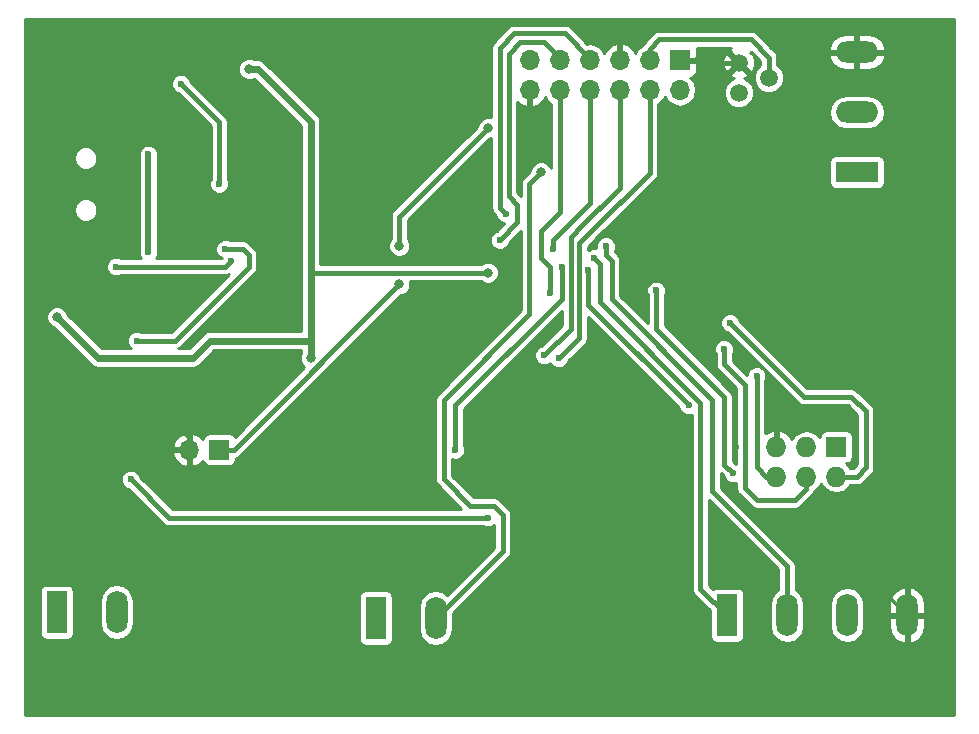
<source format=gbr>
G04 #@! TF.FileFunction,Copper,L2,Bot,Signal*
%FSLAX46Y46*%
G04 Gerber Fmt 4.6, Leading zero omitted, Abs format (unit mm)*
G04 Created by KiCad (PCBNEW 4.0.5) date 02/17/17 11:47:38*
%MOMM*%
%LPD*%
G01*
G04 APERTURE LIST*
%ADD10C,0.100000*%
%ADD11C,1.500000*%
%ADD12R,3.600000X1.800000*%
%ADD13O,3.600000X1.800000*%
%ADD14R,1.800000X3.600000*%
%ADD15O,1.800000X3.600000*%
%ADD16R,1.727200X1.727200*%
%ADD17O,1.727200X1.727200*%
%ADD18R,1.700000X1.700000*%
%ADD19O,1.700000X1.700000*%
%ADD20C,0.600000*%
%ADD21C,0.800000*%
%ADD22C,0.500000*%
%ADD23C,0.300000*%
%ADD24C,0.400000*%
%ADD25C,0.600000*%
%ADD26C,0.254000*%
G04 APERTURE END LIST*
D10*
D11*
X155540000Y-67000000D03*
X153000000Y-68270000D03*
X153000000Y-65730000D03*
D12*
X163000000Y-75000000D03*
D13*
X163000000Y-69920000D03*
X163000000Y-64840000D03*
D14*
X152000000Y-112500000D03*
D15*
X157080000Y-112500000D03*
X162160000Y-112500000D03*
X167240000Y-112500000D03*
D14*
X95250000Y-112250000D03*
D15*
X100330000Y-112250000D03*
D14*
X122250000Y-112750000D03*
D15*
X127330000Y-112750000D03*
D16*
X161250000Y-98250000D03*
D17*
X161250000Y-100790000D03*
X158710000Y-98250000D03*
X158710000Y-100790000D03*
X156170000Y-98250000D03*
X156170000Y-100790000D03*
D18*
X109000000Y-98500000D03*
D19*
X106460000Y-98500000D03*
D18*
X148000000Y-65500000D03*
D19*
X148000000Y-68040000D03*
X145460000Y-65500000D03*
X145460000Y-68040000D03*
X142920000Y-65500000D03*
X142920000Y-68040000D03*
X140380000Y-65500000D03*
X140380000Y-68040000D03*
X137840000Y-65500000D03*
X137840000Y-68040000D03*
X135300000Y-65500000D03*
X135300000Y-68040000D03*
D20*
X103000000Y-73500000D03*
X103000000Y-81750000D03*
X149750000Y-88000000D03*
X157500000Y-104000000D03*
X147250000Y-100250000D03*
X152750000Y-98250000D03*
X157000000Y-81250000D03*
X166250000Y-91000000D03*
X151000000Y-83500000D03*
X128500000Y-106500000D03*
X131500000Y-118000000D03*
X117500000Y-101000000D03*
X111250000Y-99250000D03*
X111750000Y-76250000D03*
X114000000Y-84750000D03*
X100250000Y-117750000D03*
X96750000Y-103750000D03*
X102750000Y-93750000D03*
X122250000Y-79500000D03*
X123250000Y-71250000D03*
X133000000Y-84250000D03*
X149750000Y-72750000D03*
D21*
X124250000Y-84500000D03*
X124250000Y-81250000D03*
X131750000Y-71250000D03*
D20*
X148750000Y-94750000D03*
X140250000Y-83250000D03*
D21*
X131750000Y-83500000D03*
X95250000Y-87250000D03*
X111500000Y-66250000D03*
X116750000Y-90750000D03*
D20*
X102000000Y-89250000D03*
X109500000Y-81500000D03*
X100250000Y-83000000D03*
X110000000Y-82500000D03*
X131750000Y-104250000D03*
X101500000Y-101000000D03*
X137750000Y-90750000D03*
X136500000Y-90500000D03*
X133250000Y-78500000D03*
X137250000Y-81500000D03*
X132750000Y-80750000D03*
X137000000Y-85250000D03*
X109000000Y-76000000D03*
X105750000Y-67500000D03*
X151750000Y-89950000D03*
X152250000Y-87750000D03*
X154500000Y-92250000D03*
D21*
X136250000Y-75000000D03*
D20*
X138000000Y-83000000D03*
X129000000Y-98500000D03*
X140750000Y-82250000D03*
X141750000Y-81250000D03*
X152500000Y-100500000D03*
X146000000Y-85000000D03*
D22*
X103000000Y-81750000D02*
X103000000Y-73500000D01*
D23*
X150500000Y-88000000D02*
X149750000Y-88000000D01*
X152750000Y-96250000D02*
X152750000Y-93750000D01*
X150500000Y-84000000D02*
X151000000Y-83500000D01*
X150500000Y-91500000D02*
X150500000Y-88000000D01*
X150500000Y-88000000D02*
X150500000Y-84000000D01*
X152750000Y-93750000D02*
X150500000Y-91500000D01*
X163240000Y-108500000D02*
X167240000Y-112500000D01*
X162000000Y-108500000D02*
X163240000Y-108500000D01*
X157500000Y-104000000D02*
X162000000Y-108500000D01*
X142000000Y-105500000D02*
X142000000Y-118750000D01*
X147250000Y-100250000D02*
X142000000Y-105500000D01*
X152750000Y-96250000D02*
X152750000Y-98250000D01*
X157000000Y-81250000D02*
X166250000Y-90500000D01*
X166250000Y-90500000D02*
X166250000Y-91000000D01*
D24*
X130750000Y-118750000D02*
X130000000Y-118750000D01*
X130750000Y-118750000D02*
X131500000Y-118000000D01*
X113000000Y-101000000D02*
X117500000Y-101000000D01*
X111250000Y-99250000D02*
X113000000Y-101000000D01*
X113500000Y-78000000D02*
X111750000Y-76250000D01*
X113500000Y-84250000D02*
X113500000Y-78000000D01*
X114000000Y-84750000D02*
X113500000Y-84250000D01*
X130000000Y-118750000D02*
X142000000Y-118750000D01*
X142000000Y-118750000D02*
X163500000Y-118750000D01*
X167240000Y-115010000D02*
X167240000Y-112500000D01*
X163500000Y-118750000D02*
X167240000Y-115010000D01*
X101250000Y-116750000D02*
X103250000Y-118750000D01*
X103250000Y-118750000D02*
X130000000Y-118750000D01*
X104000000Y-114000000D02*
X101250000Y-116750000D01*
X101250000Y-116750000D02*
X100250000Y-117750000D01*
X104000000Y-111000000D02*
X104000000Y-114000000D01*
X96750000Y-103750000D02*
X104000000Y-111000000D01*
X106460000Y-97460000D02*
X106460000Y-98500000D01*
X102750000Y-93750000D02*
X106460000Y-97460000D01*
X122250000Y-72250000D02*
X123250000Y-71250000D01*
X122250000Y-81000000D02*
X122250000Y-79500000D01*
X122250000Y-79500000D02*
X122250000Y-72250000D01*
X123750000Y-82500000D02*
X122250000Y-81000000D01*
X126000000Y-82500000D02*
X123750000Y-82500000D01*
X126500000Y-82000000D02*
X126000000Y-82500000D01*
X132500000Y-82000000D02*
X126500000Y-82000000D01*
X133000000Y-82500000D02*
X132500000Y-82000000D01*
X133000000Y-84250000D02*
X133000000Y-82500000D01*
X151770000Y-65730000D02*
X153000000Y-65730000D01*
X150750000Y-66750000D02*
X151770000Y-65730000D01*
X150750000Y-71750000D02*
X150750000Y-66750000D01*
X149750000Y-72750000D02*
X150750000Y-71750000D01*
X110250000Y-98500000D02*
X109000000Y-98500000D01*
X124250000Y-84500000D02*
X110250000Y-98500000D01*
X124250000Y-78750000D02*
X124250000Y-81250000D01*
X131750000Y-71250000D02*
X124250000Y-78750000D01*
X140250000Y-86250000D02*
X140250000Y-83250000D01*
X148750000Y-94750000D02*
X140250000Y-86250000D01*
X129500000Y-83500000D02*
X116750000Y-83500000D01*
X131750000Y-83500000D02*
X129500000Y-83500000D01*
D25*
X116750000Y-89250000D02*
X108250000Y-89250000D01*
X98750000Y-90750000D02*
X95250000Y-87250000D01*
X106750000Y-90750000D02*
X98750000Y-90750000D01*
X108250000Y-89250000D02*
X106750000Y-90750000D01*
X112250000Y-66250000D02*
X111500000Y-66250000D01*
X116750000Y-70750000D02*
X112250000Y-66250000D01*
X116750000Y-75750000D02*
X116750000Y-70750000D01*
X116750000Y-83500000D02*
X116750000Y-75750000D01*
X116750000Y-90750000D02*
X116750000Y-89250000D01*
X116750000Y-89250000D02*
X116750000Y-83500000D01*
D24*
X105250000Y-89250000D02*
X102000000Y-89250000D01*
X111500000Y-83000000D02*
X105250000Y-89250000D01*
X111500000Y-82000000D02*
X111500000Y-83000000D01*
X111000000Y-81500000D02*
X111500000Y-82000000D01*
X109500000Y-81500000D02*
X111000000Y-81500000D01*
X109500000Y-83000000D02*
X100250000Y-83000000D01*
X110000000Y-82500000D02*
X109500000Y-83000000D01*
X127750000Y-104250000D02*
X131750000Y-104250000D01*
X104750000Y-104250000D02*
X127750000Y-104250000D01*
X101500000Y-101000000D02*
X104750000Y-104250000D01*
X155540000Y-67000000D02*
X155540000Y-65290000D01*
X145460000Y-64540000D02*
X145460000Y-65500000D01*
X146250000Y-63750000D02*
X145460000Y-64540000D01*
X154000000Y-63750000D02*
X146250000Y-63750000D01*
X155540000Y-65290000D02*
X154000000Y-63750000D01*
X137750000Y-90750000D02*
X139500000Y-89000000D01*
X139500000Y-81000000D02*
X140500000Y-80000000D01*
X139500000Y-89000000D02*
X139500000Y-81000000D01*
X145460000Y-68040000D02*
X145460000Y-75040000D01*
X145460000Y-75040000D02*
X140500000Y-80000000D01*
X139500000Y-79750000D02*
X139000000Y-80250000D01*
X138750000Y-88250000D02*
X136500000Y-90500000D01*
X138750000Y-80500000D02*
X138750000Y-88250000D01*
X139000000Y-80250000D02*
X138750000Y-80500000D01*
X142920000Y-68040000D02*
X142920000Y-76330000D01*
X142920000Y-76330000D02*
X139500000Y-79750000D01*
X132750000Y-66500000D02*
X132750000Y-64500000D01*
X138250000Y-63250000D02*
X140380000Y-65380000D01*
X134000000Y-63250000D02*
X138250000Y-63250000D01*
X132750000Y-64500000D02*
X134000000Y-63250000D01*
X140380000Y-65380000D02*
X140380000Y-65500000D01*
X133250000Y-78500000D02*
X132750000Y-78000000D01*
X132750000Y-78000000D02*
X132750000Y-66500000D01*
X132750000Y-66500000D02*
X132750000Y-65000000D01*
X140380000Y-68040000D02*
X140380000Y-77620000D01*
X137250000Y-80750000D02*
X137250000Y-81500000D01*
X140380000Y-77620000D02*
X137250000Y-80750000D01*
X137840000Y-65500000D02*
X137840000Y-65340000D01*
X137840000Y-65340000D02*
X136500000Y-64000000D01*
X136500000Y-64000000D02*
X134500000Y-64000000D01*
X134500000Y-64000000D02*
X133500000Y-65000000D01*
X133500000Y-65000000D02*
X133500000Y-77000000D01*
X133500000Y-77000000D02*
X134250000Y-77750000D01*
X134250000Y-77750000D02*
X134250000Y-79250000D01*
X134250000Y-79250000D02*
X132750000Y-80750000D01*
X137000000Y-85250000D02*
X137000000Y-83000000D01*
X137840000Y-78410000D02*
X137840000Y-72910000D01*
X136250000Y-80000000D02*
X137840000Y-78410000D01*
X136250000Y-82250000D02*
X136250000Y-80000000D01*
X137000000Y-83000000D02*
X136250000Y-82250000D01*
X137840000Y-72910000D02*
X137840000Y-68040000D01*
X109000000Y-70750000D02*
X109000000Y-76000000D01*
X105750000Y-67500000D02*
X109000000Y-70750000D01*
X158710000Y-100790000D02*
X158710000Y-101790000D01*
X157750000Y-102750000D02*
X158710000Y-101790000D01*
X154500000Y-102750000D02*
X157750000Y-102750000D01*
X153500000Y-101750000D02*
X154500000Y-102750000D01*
X153500000Y-93000000D02*
X153500000Y-101750000D01*
X151750000Y-91250000D02*
X153500000Y-93000000D01*
X151750000Y-91250000D02*
X151750000Y-89950000D01*
X161250000Y-100790000D02*
X162960000Y-100790000D01*
X163750000Y-100000000D02*
X162960000Y-100790000D01*
X163750000Y-95250000D02*
X163750000Y-100000000D01*
X162500000Y-94000000D02*
X163750000Y-95250000D01*
X158500000Y-94000000D02*
X162500000Y-94000000D01*
X158500000Y-94000000D02*
X152250000Y-87750000D01*
X156170000Y-100790000D02*
X155290000Y-100790000D01*
X154500000Y-100000000D02*
X155290000Y-100790000D01*
X154500000Y-100000000D02*
X154500000Y-92250000D01*
X156170000Y-100790000D02*
X155790000Y-100790000D01*
X128000000Y-100750000D02*
X128000000Y-101000000D01*
X128000000Y-94250000D02*
X128000000Y-100750000D01*
X135250000Y-87000000D02*
X128000000Y-94250000D01*
X135250000Y-76000000D02*
X135250000Y-87000000D01*
X136250000Y-75000000D02*
X135250000Y-76000000D01*
X133000000Y-107080000D02*
X127330000Y-112750000D01*
X133000000Y-104000000D02*
X133000000Y-107080000D01*
X132250000Y-103250000D02*
X133000000Y-104000000D01*
X130250000Y-103250000D02*
X132250000Y-103250000D01*
X128000000Y-101000000D02*
X130250000Y-103250000D01*
X129000000Y-94750000D02*
X129000000Y-95250000D01*
X138000000Y-85750000D02*
X129000000Y-94750000D01*
X129000000Y-95250000D02*
X129000000Y-98500000D01*
X138000000Y-85750000D02*
X138000000Y-83000000D01*
X152000000Y-112500000D02*
X149750000Y-110250000D01*
X141250000Y-82750000D02*
X140750000Y-82250000D01*
X141250000Y-86000000D02*
X141250000Y-82750000D01*
X149750000Y-94500000D02*
X141250000Y-86000000D01*
X149750000Y-110250000D02*
X149750000Y-94500000D01*
X151250000Y-111750000D02*
X152000000Y-112500000D01*
X157080000Y-109750000D02*
X157080000Y-108330000D01*
X142250000Y-82500000D02*
X141750000Y-82000000D01*
X142250000Y-85750000D02*
X142250000Y-82500000D01*
X150750000Y-94250000D02*
X142250000Y-85750000D01*
X150750000Y-102000000D02*
X150750000Y-94250000D01*
X157080000Y-108330000D02*
X150750000Y-102000000D01*
X141750000Y-82000000D02*
X141750000Y-81250000D01*
X157080000Y-109750000D02*
X157080000Y-112500000D01*
X152500000Y-100500000D02*
X151750000Y-99750000D01*
X146000000Y-88250000D02*
X146000000Y-85000000D01*
X151750000Y-94000000D02*
X146000000Y-88250000D01*
X151750000Y-99750000D02*
X151750000Y-94000000D01*
X152500000Y-100500000D02*
X151750000Y-99750000D01*
D26*
G36*
X171208000Y-120958000D02*
X92542000Y-120958000D01*
X92542000Y-110450000D01*
X93812676Y-110450000D01*
X93812676Y-114050000D01*
X93849423Y-114245294D01*
X93964842Y-114424660D01*
X94140951Y-114544990D01*
X94350000Y-114587324D01*
X96150000Y-114587324D01*
X96345294Y-114550577D01*
X96524660Y-114435158D01*
X96644990Y-114259049D01*
X96687324Y-114050000D01*
X96687324Y-111304411D01*
X98903000Y-111304411D01*
X98903000Y-113195589D01*
X99011624Y-113741678D01*
X99320959Y-114204630D01*
X99783911Y-114513965D01*
X100330000Y-114622589D01*
X100876089Y-114513965D01*
X101339041Y-114204630D01*
X101648376Y-113741678D01*
X101757000Y-113195589D01*
X101757000Y-111304411D01*
X101686504Y-110950000D01*
X120812676Y-110950000D01*
X120812676Y-114550000D01*
X120849423Y-114745294D01*
X120964842Y-114924660D01*
X121140951Y-115044990D01*
X121350000Y-115087324D01*
X123150000Y-115087324D01*
X123345294Y-115050577D01*
X123524660Y-114935158D01*
X123644990Y-114759049D01*
X123687324Y-114550000D01*
X123687324Y-110950000D01*
X123650577Y-110754706D01*
X123535158Y-110575340D01*
X123359049Y-110455010D01*
X123150000Y-110412676D01*
X121350000Y-110412676D01*
X121154706Y-110449423D01*
X120975340Y-110564842D01*
X120855010Y-110740951D01*
X120812676Y-110950000D01*
X101686504Y-110950000D01*
X101648376Y-110758322D01*
X101339041Y-110295370D01*
X100876089Y-109986035D01*
X100330000Y-109877411D01*
X99783911Y-109986035D01*
X99320959Y-110295370D01*
X99011624Y-110758322D01*
X98903000Y-111304411D01*
X96687324Y-111304411D01*
X96687324Y-110450000D01*
X96650577Y-110254706D01*
X96535158Y-110075340D01*
X96359049Y-109955010D01*
X96150000Y-109912676D01*
X94350000Y-109912676D01*
X94154706Y-109949423D01*
X93975340Y-110064842D01*
X93855010Y-110240951D01*
X93812676Y-110450000D01*
X92542000Y-110450000D01*
X92542000Y-101163779D01*
X100672857Y-101163779D01*
X100798495Y-101467846D01*
X101030930Y-101700688D01*
X101273119Y-101801253D01*
X104235933Y-104764067D01*
X104471789Y-104921660D01*
X104750000Y-104977000D01*
X131344297Y-104977000D01*
X131584778Y-105076856D01*
X131913779Y-105077143D01*
X132217846Y-104951505D01*
X132273000Y-104896447D01*
X132273000Y-106778866D01*
X128289559Y-110762307D01*
X127876089Y-110486035D01*
X127330000Y-110377411D01*
X126783911Y-110486035D01*
X126320959Y-110795370D01*
X126011624Y-111258322D01*
X125903000Y-111804411D01*
X125903000Y-113695589D01*
X126011624Y-114241678D01*
X126320959Y-114704630D01*
X126783911Y-115013965D01*
X127330000Y-115122589D01*
X127876089Y-115013965D01*
X128339041Y-114704630D01*
X128648376Y-114241678D01*
X128757000Y-113695589D01*
X128757000Y-112351134D01*
X133514067Y-107594067D01*
X133671660Y-107358211D01*
X133680842Y-107312052D01*
X133727001Y-107080000D01*
X133727000Y-107079995D01*
X133727000Y-104000000D01*
X133671660Y-103721789D01*
X133514067Y-103485933D01*
X132764067Y-102735933D01*
X132667875Y-102671660D01*
X132528211Y-102578340D01*
X132482052Y-102569158D01*
X132250000Y-102522999D01*
X132249995Y-102523000D01*
X130551133Y-102523000D01*
X128727000Y-100698866D01*
X128727000Y-99282103D01*
X128834778Y-99326856D01*
X129163779Y-99327143D01*
X129467846Y-99201505D01*
X129700688Y-98969070D01*
X129826856Y-98665222D01*
X129827143Y-98336221D01*
X129727000Y-98093857D01*
X129727000Y-95051134D01*
X138023000Y-86755134D01*
X138023000Y-87948867D01*
X136272807Y-89699059D01*
X136032154Y-89798495D01*
X135799312Y-90030930D01*
X135673144Y-90334778D01*
X135672857Y-90663779D01*
X135798495Y-90967846D01*
X136030930Y-91200688D01*
X136334778Y-91326856D01*
X136663779Y-91327143D01*
X136967846Y-91201505D01*
X137020164Y-91149279D01*
X137048495Y-91217846D01*
X137280930Y-91450688D01*
X137584778Y-91576856D01*
X137913779Y-91577143D01*
X138217846Y-91451505D01*
X138450688Y-91219070D01*
X138551253Y-90976881D01*
X140014064Y-89514069D01*
X140014067Y-89514067D01*
X140171660Y-89278211D01*
X140202505Y-89123144D01*
X140227001Y-89000000D01*
X140227000Y-88999995D01*
X140227000Y-87255134D01*
X147949059Y-94977192D01*
X148048495Y-95217846D01*
X148280930Y-95450688D01*
X148584778Y-95576856D01*
X148913779Y-95577143D01*
X149023000Y-95532014D01*
X149023000Y-110249995D01*
X149022999Y-110250000D01*
X149062668Y-110449423D01*
X149078340Y-110528211D01*
X149229678Y-110754706D01*
X149235933Y-110764067D01*
X150562676Y-112090809D01*
X150562676Y-114300000D01*
X150599423Y-114495294D01*
X150714842Y-114674660D01*
X150890951Y-114794990D01*
X151100000Y-114837324D01*
X152900000Y-114837324D01*
X153095294Y-114800577D01*
X153274660Y-114685158D01*
X153394990Y-114509049D01*
X153437324Y-114300000D01*
X153437324Y-110700000D01*
X153400577Y-110504706D01*
X153285158Y-110325340D01*
X153109049Y-110205010D01*
X152900000Y-110162676D01*
X151100000Y-110162676D01*
X150904706Y-110199423D01*
X150796917Y-110268783D01*
X150477000Y-109948866D01*
X150477000Y-102755134D01*
X156353000Y-108631134D01*
X156353000Y-110356916D01*
X156070959Y-110545370D01*
X155761624Y-111008322D01*
X155653000Y-111554411D01*
X155653000Y-113445589D01*
X155761624Y-113991678D01*
X156070959Y-114454630D01*
X156533911Y-114763965D01*
X157080000Y-114872589D01*
X157626089Y-114763965D01*
X158089041Y-114454630D01*
X158398376Y-113991678D01*
X158507000Y-113445589D01*
X158507000Y-111554411D01*
X160733000Y-111554411D01*
X160733000Y-113445589D01*
X160841624Y-113991678D01*
X161150959Y-114454630D01*
X161613911Y-114763965D01*
X162160000Y-114872589D01*
X162706089Y-114763965D01*
X163169041Y-114454630D01*
X163478376Y-113991678D01*
X163587000Y-113445589D01*
X163587000Y-112627000D01*
X165705000Y-112627000D01*
X165705000Y-113527000D01*
X165870446Y-114104752D01*
X166244394Y-114575212D01*
X166769914Y-114866756D01*
X166875260Y-114891036D01*
X167113000Y-114770378D01*
X167113000Y-112627000D01*
X167367000Y-112627000D01*
X167367000Y-114770378D01*
X167604740Y-114891036D01*
X167710086Y-114866756D01*
X168235606Y-114575212D01*
X168609554Y-114104752D01*
X168775000Y-113527000D01*
X168775000Y-112627000D01*
X167367000Y-112627000D01*
X167113000Y-112627000D01*
X165705000Y-112627000D01*
X163587000Y-112627000D01*
X163587000Y-111554411D01*
X163570807Y-111473000D01*
X165705000Y-111473000D01*
X165705000Y-112373000D01*
X167113000Y-112373000D01*
X167113000Y-110229622D01*
X167367000Y-110229622D01*
X167367000Y-112373000D01*
X168775000Y-112373000D01*
X168775000Y-111473000D01*
X168609554Y-110895248D01*
X168235606Y-110424788D01*
X167710086Y-110133244D01*
X167604740Y-110108964D01*
X167367000Y-110229622D01*
X167113000Y-110229622D01*
X166875260Y-110108964D01*
X166769914Y-110133244D01*
X166244394Y-110424788D01*
X165870446Y-110895248D01*
X165705000Y-111473000D01*
X163570807Y-111473000D01*
X163478376Y-111008322D01*
X163169041Y-110545370D01*
X162706089Y-110236035D01*
X162160000Y-110127411D01*
X161613911Y-110236035D01*
X161150959Y-110545370D01*
X160841624Y-111008322D01*
X160733000Y-111554411D01*
X158507000Y-111554411D01*
X158398376Y-111008322D01*
X158089041Y-110545370D01*
X157807000Y-110356916D01*
X157807000Y-108330005D01*
X157807001Y-108330000D01*
X157751660Y-108051790D01*
X157751660Y-108051789D01*
X157594067Y-107815933D01*
X151477000Y-101698866D01*
X151477000Y-100505134D01*
X151699059Y-100727193D01*
X151798495Y-100967846D01*
X152030930Y-101200688D01*
X152334778Y-101326856D01*
X152663779Y-101327143D01*
X152773000Y-101282014D01*
X152773000Y-101749995D01*
X152772999Y-101750000D01*
X152819158Y-101982052D01*
X152828340Y-102028211D01*
X152967135Y-102235933D01*
X152985933Y-102264067D01*
X153985931Y-103264064D01*
X153985933Y-103264067D01*
X154082125Y-103328340D01*
X154221790Y-103421661D01*
X154500000Y-103477001D01*
X154500005Y-103477000D01*
X157749995Y-103477000D01*
X157750000Y-103477001D01*
X158020750Y-103423144D01*
X158028211Y-103421660D01*
X158264067Y-103264067D01*
X159224067Y-102304067D01*
X159269592Y-102235933D01*
X159381660Y-102068211D01*
X159395228Y-102000000D01*
X159397368Y-101989244D01*
X159720546Y-101773303D01*
X159980000Y-101385002D01*
X160239454Y-101773303D01*
X160690597Y-102074747D01*
X161222757Y-102180600D01*
X161277243Y-102180600D01*
X161809403Y-102074747D01*
X162260546Y-101773303D01*
X162431802Y-101517000D01*
X162959995Y-101517000D01*
X162960000Y-101517001D01*
X163192052Y-101470842D01*
X163238211Y-101461660D01*
X163474067Y-101304067D01*
X164264064Y-100514069D01*
X164264067Y-100514067D01*
X164421660Y-100278211D01*
X164432883Y-100221789D01*
X164477001Y-100000000D01*
X164477000Y-99999995D01*
X164477000Y-95250005D01*
X164477001Y-95250000D01*
X164422697Y-94977001D01*
X164421660Y-94971789D01*
X164264067Y-94735933D01*
X163014067Y-93485933D01*
X162778211Y-93328340D01*
X162732052Y-93319158D01*
X162500000Y-93272999D01*
X162499995Y-93273000D01*
X158801133Y-93273000D01*
X153050941Y-87522807D01*
X152951505Y-87282154D01*
X152719070Y-87049312D01*
X152415222Y-86923144D01*
X152086221Y-86922857D01*
X151782154Y-87048495D01*
X151549312Y-87280930D01*
X151423144Y-87584778D01*
X151422857Y-87913779D01*
X151548495Y-88217846D01*
X151780930Y-88450688D01*
X152023119Y-88551253D01*
X157985931Y-94514064D01*
X157985933Y-94514067D01*
X158221789Y-94671660D01*
X158267948Y-94680842D01*
X158500000Y-94727001D01*
X158500005Y-94727000D01*
X162198866Y-94727000D01*
X163023000Y-95551134D01*
X163023000Y-99698867D01*
X162658866Y-100063000D01*
X162431802Y-100063000D01*
X162260546Y-99806697D01*
X162027415Y-99650924D01*
X162113600Y-99650924D01*
X162308894Y-99614177D01*
X162488260Y-99498758D01*
X162608590Y-99322649D01*
X162650924Y-99113600D01*
X162650924Y-97386400D01*
X162614177Y-97191106D01*
X162498758Y-97011740D01*
X162322649Y-96891410D01*
X162113600Y-96849076D01*
X160386400Y-96849076D01*
X160191106Y-96885823D01*
X160011740Y-97001242D01*
X159891410Y-97177351D01*
X159849076Y-97386400D01*
X159849076Y-97459056D01*
X159720546Y-97266697D01*
X159269403Y-96965253D01*
X158737243Y-96859400D01*
X158682757Y-96859400D01*
X158150597Y-96965253D01*
X157699454Y-97266697D01*
X157493843Y-97574416D01*
X157452688Y-97475053D01*
X157058490Y-97043179D01*
X156529027Y-96795032D01*
X156297000Y-96915531D01*
X156297000Y-98123000D01*
X156317000Y-98123000D01*
X156317000Y-98377000D01*
X156297000Y-98377000D01*
X156297000Y-98397000D01*
X156043000Y-98397000D01*
X156043000Y-98377000D01*
X156023000Y-98377000D01*
X156023000Y-98123000D01*
X156043000Y-98123000D01*
X156043000Y-96915531D01*
X155810973Y-96795032D01*
X155281510Y-97043179D01*
X155227000Y-97102899D01*
X155227000Y-92655703D01*
X155326856Y-92415222D01*
X155327143Y-92086221D01*
X155201505Y-91782154D01*
X154969070Y-91549312D01*
X154665222Y-91423144D01*
X154336221Y-91422857D01*
X154032154Y-91548495D01*
X153799312Y-91780930D01*
X153673144Y-92084778D01*
X153673092Y-92144958D01*
X152477000Y-90948866D01*
X152477000Y-90355703D01*
X152576856Y-90115222D01*
X152577143Y-89786221D01*
X152451505Y-89482154D01*
X152219070Y-89249312D01*
X151915222Y-89123144D01*
X151586221Y-89122857D01*
X151282154Y-89248495D01*
X151049312Y-89480930D01*
X150923144Y-89784778D01*
X150922857Y-90113779D01*
X151023000Y-90356143D01*
X151023000Y-91249995D01*
X151022999Y-91250000D01*
X151063082Y-91451505D01*
X151078340Y-91528211D01*
X151177865Y-91677161D01*
X151235933Y-91764067D01*
X152773000Y-93301133D01*
X152773000Y-99717897D01*
X152726881Y-99698747D01*
X152477000Y-99448866D01*
X152477000Y-94000005D01*
X152477001Y-94000000D01*
X152421660Y-93721790D01*
X152421660Y-93721789D01*
X152264067Y-93485933D01*
X146727000Y-87948866D01*
X146727000Y-85405703D01*
X146826856Y-85165222D01*
X146827143Y-84836221D01*
X146701505Y-84532154D01*
X146469070Y-84299312D01*
X146165222Y-84173144D01*
X145836221Y-84172857D01*
X145532154Y-84298495D01*
X145299312Y-84530930D01*
X145173144Y-84834778D01*
X145172857Y-85163779D01*
X145273000Y-85406143D01*
X145273000Y-87744866D01*
X142977000Y-85448866D01*
X142977000Y-82500005D01*
X142977001Y-82500000D01*
X142930842Y-82267948D01*
X142921660Y-82221789D01*
X142764067Y-81985933D01*
X142764064Y-81985931D01*
X142477000Y-81698866D01*
X142477000Y-81655703D01*
X142576856Y-81415222D01*
X142577143Y-81086221D01*
X142451505Y-80782154D01*
X142219070Y-80549312D01*
X141915222Y-80423144D01*
X141586221Y-80422857D01*
X141282154Y-80548495D01*
X141049312Y-80780930D01*
X140923144Y-81084778D01*
X140922857Y-81413779D01*
X140929109Y-81428910D01*
X140915222Y-81423144D01*
X140586221Y-81422857D01*
X140282154Y-81548495D01*
X140227000Y-81603553D01*
X140227000Y-81301134D01*
X141014064Y-80514069D01*
X141014067Y-80514067D01*
X145974064Y-75554069D01*
X145974067Y-75554067D01*
X146131660Y-75318211D01*
X146187000Y-75040000D01*
X146187000Y-74100000D01*
X160662676Y-74100000D01*
X160662676Y-75900000D01*
X160699423Y-76095294D01*
X160814842Y-76274660D01*
X160990951Y-76394990D01*
X161200000Y-76437324D01*
X164800000Y-76437324D01*
X164995294Y-76400577D01*
X165174660Y-76285158D01*
X165294990Y-76109049D01*
X165337324Y-75900000D01*
X165337324Y-74100000D01*
X165300577Y-73904706D01*
X165185158Y-73725340D01*
X165009049Y-73605010D01*
X164800000Y-73562676D01*
X161200000Y-73562676D01*
X161004706Y-73599423D01*
X160825340Y-73714842D01*
X160705010Y-73890951D01*
X160662676Y-74100000D01*
X146187000Y-74100000D01*
X146187000Y-69920000D01*
X160627411Y-69920000D01*
X160736035Y-70466089D01*
X161045370Y-70929041D01*
X161508322Y-71238376D01*
X162054411Y-71347000D01*
X163945589Y-71347000D01*
X164491678Y-71238376D01*
X164954630Y-70929041D01*
X165263965Y-70466089D01*
X165372589Y-69920000D01*
X165263965Y-69373911D01*
X164954630Y-68910959D01*
X164491678Y-68601624D01*
X163945589Y-68493000D01*
X162054411Y-68493000D01*
X161508322Y-68601624D01*
X161045370Y-68910959D01*
X160736035Y-69373911D01*
X160627411Y-69920000D01*
X146187000Y-69920000D01*
X146187000Y-69205493D01*
X146433686Y-69040663D01*
X146730000Y-68597198D01*
X147026314Y-69040663D01*
X147473045Y-69339159D01*
X148000000Y-69443977D01*
X148526955Y-69339159D01*
X148973686Y-69040663D01*
X149272182Y-68593932D01*
X149286311Y-68522897D01*
X151722779Y-68522897D01*
X151916781Y-68992417D01*
X152275693Y-69351957D01*
X152744875Y-69546778D01*
X153252897Y-69547221D01*
X153722417Y-69353219D01*
X154081957Y-68994307D01*
X154276778Y-68525125D01*
X154277221Y-68017103D01*
X154083219Y-67547583D01*
X153724307Y-67188043D01*
X153428036Y-67065021D01*
X153723923Y-66942460D01*
X153791912Y-66701517D01*
X153000000Y-65909605D01*
X152208088Y-66701517D01*
X152276077Y-66942460D01*
X152594564Y-67055807D01*
X152277583Y-67186781D01*
X151918043Y-67545693D01*
X151723222Y-68014875D01*
X151722779Y-68522897D01*
X149286311Y-68522897D01*
X149377000Y-68066977D01*
X149377000Y-68013023D01*
X149272182Y-67486068D01*
X148973686Y-67039337D01*
X148892365Y-66985000D01*
X148976310Y-66985000D01*
X149209699Y-66888327D01*
X149388327Y-66709698D01*
X149485000Y-66476309D01*
X149485000Y-65785750D01*
X149326250Y-65627000D01*
X148127000Y-65627000D01*
X148127000Y-65647000D01*
X147873000Y-65647000D01*
X147873000Y-65627000D01*
X147853000Y-65627000D01*
X147853000Y-65525171D01*
X151602799Y-65525171D01*
X151630770Y-66075448D01*
X151787540Y-66453923D01*
X152028483Y-66521912D01*
X152820395Y-65730000D01*
X152028483Y-64938088D01*
X151787540Y-65006077D01*
X151602799Y-65525171D01*
X147853000Y-65525171D01*
X147853000Y-65373000D01*
X147873000Y-65373000D01*
X147873000Y-65353000D01*
X148127000Y-65353000D01*
X148127000Y-65373000D01*
X149326250Y-65373000D01*
X149485000Y-65214250D01*
X149485000Y-64523691D01*
X149465660Y-64477000D01*
X152373949Y-64477000D01*
X152276077Y-64517540D01*
X152208088Y-64758483D01*
X153000000Y-65550395D01*
X153014143Y-65536253D01*
X153193748Y-65715858D01*
X153179605Y-65730000D01*
X153971517Y-66521912D01*
X154212460Y-66453923D01*
X154397201Y-65934829D01*
X154369230Y-65384552D01*
X154212460Y-65006077D01*
X153971519Y-64938089D01*
X154065737Y-64843871D01*
X154813000Y-65591134D01*
X154813000Y-65921356D01*
X154458043Y-66275693D01*
X154263222Y-66744875D01*
X154262779Y-67252897D01*
X154456781Y-67722417D01*
X154815693Y-68081957D01*
X155284875Y-68276778D01*
X155792897Y-68277221D01*
X156262417Y-68083219D01*
X156621957Y-67724307D01*
X156816778Y-67255125D01*
X156817221Y-66747103D01*
X156623219Y-66277583D01*
X156267000Y-65920741D01*
X156267000Y-65290005D01*
X156267001Y-65290000D01*
X156250042Y-65204740D01*
X160608964Y-65204740D01*
X160633244Y-65310086D01*
X160924788Y-65835606D01*
X161395248Y-66209554D01*
X161973000Y-66375000D01*
X162873000Y-66375000D01*
X162873000Y-64967000D01*
X163127000Y-64967000D01*
X163127000Y-66375000D01*
X164027000Y-66375000D01*
X164604752Y-66209554D01*
X165075212Y-65835606D01*
X165366756Y-65310086D01*
X165391036Y-65204740D01*
X165270378Y-64967000D01*
X163127000Y-64967000D01*
X162873000Y-64967000D01*
X160729622Y-64967000D01*
X160608964Y-65204740D01*
X156250042Y-65204740D01*
X156211660Y-65011790D01*
X156211660Y-65011789D01*
X156054067Y-64775933D01*
X155753394Y-64475260D01*
X160608964Y-64475260D01*
X160729622Y-64713000D01*
X162873000Y-64713000D01*
X162873000Y-63305000D01*
X163127000Y-63305000D01*
X163127000Y-64713000D01*
X165270378Y-64713000D01*
X165391036Y-64475260D01*
X165366756Y-64369914D01*
X165075212Y-63844394D01*
X164604752Y-63470446D01*
X164027000Y-63305000D01*
X163127000Y-63305000D01*
X162873000Y-63305000D01*
X161973000Y-63305000D01*
X161395248Y-63470446D01*
X160924788Y-63844394D01*
X160633244Y-64369914D01*
X160608964Y-64475260D01*
X155753394Y-64475260D01*
X154514067Y-63235933D01*
X154278211Y-63078340D01*
X154232052Y-63069158D01*
X154000000Y-63022999D01*
X153999995Y-63023000D01*
X146250005Y-63023000D01*
X146250000Y-63022999D01*
X146017948Y-63069158D01*
X145971789Y-63078340D01*
X145735933Y-63235933D01*
X145735931Y-63235936D01*
X144945933Y-64025933D01*
X144788340Y-64261789D01*
X144782668Y-64290302D01*
X144780141Y-64303008D01*
X144486314Y-64499337D01*
X144235463Y-64874762D01*
X144115183Y-64618642D01*
X143686924Y-64228355D01*
X143276890Y-64058524D01*
X143047000Y-64179845D01*
X143047000Y-65373000D01*
X143067000Y-65373000D01*
X143067000Y-65627000D01*
X143047000Y-65627000D01*
X143047000Y-65647000D01*
X142793000Y-65647000D01*
X142793000Y-65627000D01*
X142773000Y-65627000D01*
X142773000Y-65373000D01*
X142793000Y-65373000D01*
X142793000Y-64179845D01*
X142563110Y-64058524D01*
X142153076Y-64228355D01*
X141724817Y-64618642D01*
X141604537Y-64874762D01*
X141353686Y-64499337D01*
X140906955Y-64200841D01*
X140380000Y-64096023D01*
X140166604Y-64138470D01*
X138764067Y-62735933D01*
X138528211Y-62578340D01*
X138482052Y-62569158D01*
X138250000Y-62522999D01*
X138249995Y-62523000D01*
X134000005Y-62523000D01*
X134000000Y-62522999D01*
X133767948Y-62569158D01*
X133721789Y-62578340D01*
X133485933Y-62735933D01*
X132235933Y-63985933D01*
X132078340Y-64221789D01*
X132078340Y-64221790D01*
X132022999Y-64500000D01*
X132023000Y-64500005D01*
X132023000Y-70359618D01*
X131935201Y-70323161D01*
X131566417Y-70322839D01*
X131225583Y-70463669D01*
X130964586Y-70724211D01*
X130823161Y-71064799D01*
X130823088Y-71148779D01*
X123735933Y-78235933D01*
X123578340Y-78471789D01*
X123569930Y-78514067D01*
X123522999Y-78750000D01*
X123523000Y-78750005D01*
X123523000Y-80665899D01*
X123464586Y-80724211D01*
X123323161Y-81064799D01*
X123322839Y-81433583D01*
X123463669Y-81774417D01*
X123724211Y-82035414D01*
X124064799Y-82176839D01*
X124433583Y-82177161D01*
X124774417Y-82036331D01*
X125035414Y-81775789D01*
X125176839Y-81435201D01*
X125177161Y-81066417D01*
X125036331Y-80725583D01*
X124977000Y-80666148D01*
X124977000Y-79051134D01*
X131851044Y-72177089D01*
X131933583Y-72177161D01*
X132023000Y-72140215D01*
X132023000Y-77999995D01*
X132022999Y-78000000D01*
X132067117Y-78221790D01*
X132078340Y-78278211D01*
X132166398Y-78410000D01*
X132235933Y-78514067D01*
X132449059Y-78727193D01*
X132548495Y-78967846D01*
X132780930Y-79200688D01*
X133084778Y-79326856D01*
X133144958Y-79326908D01*
X132522807Y-79949059D01*
X132282154Y-80048495D01*
X132049312Y-80280930D01*
X131923144Y-80584778D01*
X131922857Y-80913779D01*
X132048495Y-81217846D01*
X132280930Y-81450688D01*
X132584778Y-81576856D01*
X132913779Y-81577143D01*
X133217846Y-81451505D01*
X133450688Y-81219070D01*
X133551253Y-80976881D01*
X134523000Y-80005133D01*
X134523000Y-86698867D01*
X127485933Y-93735933D01*
X127328340Y-93971789D01*
X127319158Y-94017948D01*
X127272999Y-94250000D01*
X127273000Y-94250005D01*
X127273000Y-100999995D01*
X127272999Y-101000000D01*
X127313082Y-101201505D01*
X127328340Y-101278211D01*
X127361835Y-101328340D01*
X127485933Y-101514067D01*
X129494867Y-103523000D01*
X105051134Y-103523000D01*
X102300941Y-100772807D01*
X102201505Y-100532154D01*
X101969070Y-100299312D01*
X101665222Y-100173144D01*
X101336221Y-100172857D01*
X101032154Y-100298495D01*
X100799312Y-100530930D01*
X100673144Y-100834778D01*
X100672857Y-101163779D01*
X92542000Y-101163779D01*
X92542000Y-98856892D01*
X105018514Y-98856892D01*
X105264817Y-99381358D01*
X105693076Y-99771645D01*
X106103110Y-99941476D01*
X106333000Y-99820155D01*
X106333000Y-98627000D01*
X105139181Y-98627000D01*
X105018514Y-98856892D01*
X92542000Y-98856892D01*
X92542000Y-98143108D01*
X105018514Y-98143108D01*
X105139181Y-98373000D01*
X106333000Y-98373000D01*
X106333000Y-97179845D01*
X106103110Y-97058524D01*
X105693076Y-97228355D01*
X105264817Y-97618642D01*
X105018514Y-98143108D01*
X92542000Y-98143108D01*
X92542000Y-87433583D01*
X94322839Y-87433583D01*
X94463669Y-87774417D01*
X94724211Y-88035414D01*
X94966444Y-88135998D01*
X98165222Y-91334777D01*
X98378076Y-91477001D01*
X98433521Y-91514048D01*
X98750000Y-91577000D01*
X106750000Y-91577000D01*
X107066479Y-91514048D01*
X107334777Y-91334777D01*
X108592555Y-90077000D01*
X115923000Y-90077000D01*
X115923000Y-90324361D01*
X115823161Y-90564799D01*
X115822839Y-90933583D01*
X115963669Y-91274417D01*
X116205348Y-91516518D01*
X110317916Y-97403950D01*
X110235158Y-97275340D01*
X110059049Y-97155010D01*
X109850000Y-97112676D01*
X108150000Y-97112676D01*
X107954706Y-97149423D01*
X107775340Y-97264842D01*
X107655010Y-97440951D01*
X107624659Y-97590825D01*
X107226924Y-97228355D01*
X106816890Y-97058524D01*
X106587000Y-97179845D01*
X106587000Y-98373000D01*
X106607000Y-98373000D01*
X106607000Y-98627000D01*
X106587000Y-98627000D01*
X106587000Y-99820155D01*
X106816890Y-99941476D01*
X107226924Y-99771645D01*
X107623935Y-99409836D01*
X107649423Y-99545294D01*
X107764842Y-99724660D01*
X107940951Y-99844990D01*
X108150000Y-99887324D01*
X109850000Y-99887324D01*
X110045294Y-99850577D01*
X110224660Y-99735158D01*
X110344990Y-99559049D01*
X110387324Y-99350000D01*
X110387324Y-99199685D01*
X110482052Y-99180842D01*
X110528211Y-99171660D01*
X110764067Y-99014067D01*
X124351045Y-85427089D01*
X124433583Y-85427161D01*
X124774417Y-85286331D01*
X125035414Y-85025789D01*
X125176839Y-84685201D01*
X125177161Y-84316417D01*
X125140215Y-84227000D01*
X131165899Y-84227000D01*
X131224211Y-84285414D01*
X131564799Y-84426839D01*
X131933583Y-84427161D01*
X132274417Y-84286331D01*
X132535414Y-84025789D01*
X132676839Y-83685201D01*
X132677161Y-83316417D01*
X132536331Y-82975583D01*
X132275789Y-82714586D01*
X131935201Y-82573161D01*
X131566417Y-82572839D01*
X131225583Y-82713669D01*
X131166148Y-82773000D01*
X117577000Y-82773000D01*
X117577000Y-70750000D01*
X117514048Y-70433521D01*
X117334777Y-70165223D01*
X112834777Y-65665223D01*
X112566479Y-65485952D01*
X112250000Y-65423000D01*
X111925639Y-65423000D01*
X111685201Y-65323161D01*
X111316417Y-65322839D01*
X110975583Y-65463669D01*
X110714586Y-65724211D01*
X110573161Y-66064799D01*
X110572839Y-66433583D01*
X110713669Y-66774417D01*
X110974211Y-67035414D01*
X111314799Y-67176839D01*
X111683583Y-67177161D01*
X111912868Y-67082422D01*
X115923000Y-71092554D01*
X115923000Y-88423000D01*
X108250000Y-88423000D01*
X107933617Y-88485933D01*
X107933521Y-88485952D01*
X107665222Y-88665223D01*
X106407446Y-89923000D01*
X105521474Y-89923000D01*
X105528211Y-89921660D01*
X105764067Y-89764067D01*
X112014064Y-83514069D01*
X112014067Y-83514067D01*
X112171660Y-83278211D01*
X112186918Y-83201505D01*
X112227001Y-83000000D01*
X112227000Y-82999995D01*
X112227000Y-82000005D01*
X112227001Y-82000000D01*
X112180070Y-81764067D01*
X112171660Y-81721789D01*
X112014067Y-81485933D01*
X112014064Y-81485931D01*
X111514067Y-80985933D01*
X111420096Y-80923144D01*
X111278211Y-80828340D01*
X111232052Y-80819158D01*
X111000000Y-80772999D01*
X110999995Y-80773000D01*
X109905703Y-80773000D01*
X109665222Y-80673144D01*
X109336221Y-80672857D01*
X109032154Y-80798495D01*
X108799312Y-81030930D01*
X108673144Y-81334778D01*
X108672857Y-81663779D01*
X108798495Y-81967846D01*
X109030930Y-82200688D01*
X109199720Y-82270775D01*
X109198796Y-82273000D01*
X103646664Y-82273000D01*
X103700688Y-82219070D01*
X103826856Y-81915222D01*
X103827143Y-81586221D01*
X103777000Y-81464866D01*
X103777000Y-73785289D01*
X103826856Y-73665222D01*
X103827143Y-73336221D01*
X103701505Y-73032154D01*
X103469070Y-72799312D01*
X103165222Y-72673144D01*
X102836221Y-72672857D01*
X102532154Y-72798495D01*
X102299312Y-73030930D01*
X102173144Y-73334778D01*
X102172857Y-73663779D01*
X102223000Y-73785134D01*
X102223000Y-81464711D01*
X102173144Y-81584778D01*
X102172857Y-81913779D01*
X102298495Y-82217846D01*
X102353553Y-82273000D01*
X100655703Y-82273000D01*
X100415222Y-82173144D01*
X100086221Y-82172857D01*
X99782154Y-82298495D01*
X99549312Y-82530930D01*
X99423144Y-82834778D01*
X99422857Y-83163779D01*
X99548495Y-83467846D01*
X99780930Y-83700688D01*
X100084778Y-83826856D01*
X100413779Y-83827143D01*
X100656143Y-83727000D01*
X109499995Y-83727000D01*
X109500000Y-83727001D01*
X109732052Y-83680842D01*
X109778211Y-83671660D01*
X109844498Y-83627368D01*
X104948866Y-88523000D01*
X102405703Y-88523000D01*
X102165222Y-88423144D01*
X101836221Y-88422857D01*
X101532154Y-88548495D01*
X101299312Y-88780930D01*
X101173144Y-89084778D01*
X101172857Y-89413779D01*
X101298495Y-89717846D01*
X101503290Y-89923000D01*
X99092555Y-89923000D01*
X96135751Y-86966197D01*
X96036331Y-86725583D01*
X95775789Y-86464586D01*
X95435201Y-86323161D01*
X95066417Y-86322839D01*
X94725583Y-86463669D01*
X94464586Y-86724211D01*
X94323161Y-87064799D01*
X94322839Y-87433583D01*
X92542000Y-87433583D01*
X92542000Y-78393485D01*
X96722830Y-78393485D01*
X96871256Y-78752703D01*
X97145851Y-79027778D01*
X97504810Y-79176830D01*
X97893485Y-79177170D01*
X98252703Y-79028744D01*
X98527778Y-78754149D01*
X98676830Y-78395190D01*
X98677170Y-78006515D01*
X98528744Y-77647297D01*
X98254149Y-77372222D01*
X97895190Y-77223170D01*
X97506515Y-77222830D01*
X97147297Y-77371256D01*
X96872222Y-77645851D01*
X96723170Y-78004810D01*
X96722830Y-78393485D01*
X92542000Y-78393485D01*
X92542000Y-73993485D01*
X96722830Y-73993485D01*
X96871256Y-74352703D01*
X97145851Y-74627778D01*
X97504810Y-74776830D01*
X97893485Y-74777170D01*
X98252703Y-74628744D01*
X98527778Y-74354149D01*
X98676830Y-73995190D01*
X98677170Y-73606515D01*
X98528744Y-73247297D01*
X98254149Y-72972222D01*
X97895190Y-72823170D01*
X97506515Y-72822830D01*
X97147297Y-72971256D01*
X96872222Y-73245851D01*
X96723170Y-73604810D01*
X96722830Y-73993485D01*
X92542000Y-73993485D01*
X92542000Y-67663779D01*
X104922857Y-67663779D01*
X105048495Y-67967846D01*
X105280930Y-68200688D01*
X105523119Y-68301253D01*
X108273000Y-71051134D01*
X108273000Y-75594297D01*
X108173144Y-75834778D01*
X108172857Y-76163779D01*
X108298495Y-76467846D01*
X108530930Y-76700688D01*
X108834778Y-76826856D01*
X109163779Y-76827143D01*
X109467846Y-76701505D01*
X109700688Y-76469070D01*
X109826856Y-76165222D01*
X109827143Y-75836221D01*
X109727000Y-75593857D01*
X109727000Y-70750000D01*
X109671660Y-70471789D01*
X109514067Y-70235933D01*
X106550941Y-67272807D01*
X106451505Y-67032154D01*
X106219070Y-66799312D01*
X105915222Y-66673144D01*
X105586221Y-66672857D01*
X105282154Y-66798495D01*
X105049312Y-67030930D01*
X104923144Y-67334778D01*
X104922857Y-67663779D01*
X92542000Y-67663779D01*
X92542000Y-62042000D01*
X171208000Y-62042000D01*
X171208000Y-120958000D01*
X171208000Y-120958000D01*
G37*
X171208000Y-120958000D02*
X92542000Y-120958000D01*
X92542000Y-110450000D01*
X93812676Y-110450000D01*
X93812676Y-114050000D01*
X93849423Y-114245294D01*
X93964842Y-114424660D01*
X94140951Y-114544990D01*
X94350000Y-114587324D01*
X96150000Y-114587324D01*
X96345294Y-114550577D01*
X96524660Y-114435158D01*
X96644990Y-114259049D01*
X96687324Y-114050000D01*
X96687324Y-111304411D01*
X98903000Y-111304411D01*
X98903000Y-113195589D01*
X99011624Y-113741678D01*
X99320959Y-114204630D01*
X99783911Y-114513965D01*
X100330000Y-114622589D01*
X100876089Y-114513965D01*
X101339041Y-114204630D01*
X101648376Y-113741678D01*
X101757000Y-113195589D01*
X101757000Y-111304411D01*
X101686504Y-110950000D01*
X120812676Y-110950000D01*
X120812676Y-114550000D01*
X120849423Y-114745294D01*
X120964842Y-114924660D01*
X121140951Y-115044990D01*
X121350000Y-115087324D01*
X123150000Y-115087324D01*
X123345294Y-115050577D01*
X123524660Y-114935158D01*
X123644990Y-114759049D01*
X123687324Y-114550000D01*
X123687324Y-110950000D01*
X123650577Y-110754706D01*
X123535158Y-110575340D01*
X123359049Y-110455010D01*
X123150000Y-110412676D01*
X121350000Y-110412676D01*
X121154706Y-110449423D01*
X120975340Y-110564842D01*
X120855010Y-110740951D01*
X120812676Y-110950000D01*
X101686504Y-110950000D01*
X101648376Y-110758322D01*
X101339041Y-110295370D01*
X100876089Y-109986035D01*
X100330000Y-109877411D01*
X99783911Y-109986035D01*
X99320959Y-110295370D01*
X99011624Y-110758322D01*
X98903000Y-111304411D01*
X96687324Y-111304411D01*
X96687324Y-110450000D01*
X96650577Y-110254706D01*
X96535158Y-110075340D01*
X96359049Y-109955010D01*
X96150000Y-109912676D01*
X94350000Y-109912676D01*
X94154706Y-109949423D01*
X93975340Y-110064842D01*
X93855010Y-110240951D01*
X93812676Y-110450000D01*
X92542000Y-110450000D01*
X92542000Y-101163779D01*
X100672857Y-101163779D01*
X100798495Y-101467846D01*
X101030930Y-101700688D01*
X101273119Y-101801253D01*
X104235933Y-104764067D01*
X104471789Y-104921660D01*
X104750000Y-104977000D01*
X131344297Y-104977000D01*
X131584778Y-105076856D01*
X131913779Y-105077143D01*
X132217846Y-104951505D01*
X132273000Y-104896447D01*
X132273000Y-106778866D01*
X128289559Y-110762307D01*
X127876089Y-110486035D01*
X127330000Y-110377411D01*
X126783911Y-110486035D01*
X126320959Y-110795370D01*
X126011624Y-111258322D01*
X125903000Y-111804411D01*
X125903000Y-113695589D01*
X126011624Y-114241678D01*
X126320959Y-114704630D01*
X126783911Y-115013965D01*
X127330000Y-115122589D01*
X127876089Y-115013965D01*
X128339041Y-114704630D01*
X128648376Y-114241678D01*
X128757000Y-113695589D01*
X128757000Y-112351134D01*
X133514067Y-107594067D01*
X133671660Y-107358211D01*
X133680842Y-107312052D01*
X133727001Y-107080000D01*
X133727000Y-107079995D01*
X133727000Y-104000000D01*
X133671660Y-103721789D01*
X133514067Y-103485933D01*
X132764067Y-102735933D01*
X132667875Y-102671660D01*
X132528211Y-102578340D01*
X132482052Y-102569158D01*
X132250000Y-102522999D01*
X132249995Y-102523000D01*
X130551133Y-102523000D01*
X128727000Y-100698866D01*
X128727000Y-99282103D01*
X128834778Y-99326856D01*
X129163779Y-99327143D01*
X129467846Y-99201505D01*
X129700688Y-98969070D01*
X129826856Y-98665222D01*
X129827143Y-98336221D01*
X129727000Y-98093857D01*
X129727000Y-95051134D01*
X138023000Y-86755134D01*
X138023000Y-87948867D01*
X136272807Y-89699059D01*
X136032154Y-89798495D01*
X135799312Y-90030930D01*
X135673144Y-90334778D01*
X135672857Y-90663779D01*
X135798495Y-90967846D01*
X136030930Y-91200688D01*
X136334778Y-91326856D01*
X136663779Y-91327143D01*
X136967846Y-91201505D01*
X137020164Y-91149279D01*
X137048495Y-91217846D01*
X137280930Y-91450688D01*
X137584778Y-91576856D01*
X137913779Y-91577143D01*
X138217846Y-91451505D01*
X138450688Y-91219070D01*
X138551253Y-90976881D01*
X140014064Y-89514069D01*
X140014067Y-89514067D01*
X140171660Y-89278211D01*
X140202505Y-89123144D01*
X140227001Y-89000000D01*
X140227000Y-88999995D01*
X140227000Y-87255134D01*
X147949059Y-94977192D01*
X148048495Y-95217846D01*
X148280930Y-95450688D01*
X148584778Y-95576856D01*
X148913779Y-95577143D01*
X149023000Y-95532014D01*
X149023000Y-110249995D01*
X149022999Y-110250000D01*
X149062668Y-110449423D01*
X149078340Y-110528211D01*
X149229678Y-110754706D01*
X149235933Y-110764067D01*
X150562676Y-112090809D01*
X150562676Y-114300000D01*
X150599423Y-114495294D01*
X150714842Y-114674660D01*
X150890951Y-114794990D01*
X151100000Y-114837324D01*
X152900000Y-114837324D01*
X153095294Y-114800577D01*
X153274660Y-114685158D01*
X153394990Y-114509049D01*
X153437324Y-114300000D01*
X153437324Y-110700000D01*
X153400577Y-110504706D01*
X153285158Y-110325340D01*
X153109049Y-110205010D01*
X152900000Y-110162676D01*
X151100000Y-110162676D01*
X150904706Y-110199423D01*
X150796917Y-110268783D01*
X150477000Y-109948866D01*
X150477000Y-102755134D01*
X156353000Y-108631134D01*
X156353000Y-110356916D01*
X156070959Y-110545370D01*
X155761624Y-111008322D01*
X155653000Y-111554411D01*
X155653000Y-113445589D01*
X155761624Y-113991678D01*
X156070959Y-114454630D01*
X156533911Y-114763965D01*
X157080000Y-114872589D01*
X157626089Y-114763965D01*
X158089041Y-114454630D01*
X158398376Y-113991678D01*
X158507000Y-113445589D01*
X158507000Y-111554411D01*
X160733000Y-111554411D01*
X160733000Y-113445589D01*
X160841624Y-113991678D01*
X161150959Y-114454630D01*
X161613911Y-114763965D01*
X162160000Y-114872589D01*
X162706089Y-114763965D01*
X163169041Y-114454630D01*
X163478376Y-113991678D01*
X163587000Y-113445589D01*
X163587000Y-112627000D01*
X165705000Y-112627000D01*
X165705000Y-113527000D01*
X165870446Y-114104752D01*
X166244394Y-114575212D01*
X166769914Y-114866756D01*
X166875260Y-114891036D01*
X167113000Y-114770378D01*
X167113000Y-112627000D01*
X167367000Y-112627000D01*
X167367000Y-114770378D01*
X167604740Y-114891036D01*
X167710086Y-114866756D01*
X168235606Y-114575212D01*
X168609554Y-114104752D01*
X168775000Y-113527000D01*
X168775000Y-112627000D01*
X167367000Y-112627000D01*
X167113000Y-112627000D01*
X165705000Y-112627000D01*
X163587000Y-112627000D01*
X163587000Y-111554411D01*
X163570807Y-111473000D01*
X165705000Y-111473000D01*
X165705000Y-112373000D01*
X167113000Y-112373000D01*
X167113000Y-110229622D01*
X167367000Y-110229622D01*
X167367000Y-112373000D01*
X168775000Y-112373000D01*
X168775000Y-111473000D01*
X168609554Y-110895248D01*
X168235606Y-110424788D01*
X167710086Y-110133244D01*
X167604740Y-110108964D01*
X167367000Y-110229622D01*
X167113000Y-110229622D01*
X166875260Y-110108964D01*
X166769914Y-110133244D01*
X166244394Y-110424788D01*
X165870446Y-110895248D01*
X165705000Y-111473000D01*
X163570807Y-111473000D01*
X163478376Y-111008322D01*
X163169041Y-110545370D01*
X162706089Y-110236035D01*
X162160000Y-110127411D01*
X161613911Y-110236035D01*
X161150959Y-110545370D01*
X160841624Y-111008322D01*
X160733000Y-111554411D01*
X158507000Y-111554411D01*
X158398376Y-111008322D01*
X158089041Y-110545370D01*
X157807000Y-110356916D01*
X157807000Y-108330005D01*
X157807001Y-108330000D01*
X157751660Y-108051790D01*
X157751660Y-108051789D01*
X157594067Y-107815933D01*
X151477000Y-101698866D01*
X151477000Y-100505134D01*
X151699059Y-100727193D01*
X151798495Y-100967846D01*
X152030930Y-101200688D01*
X152334778Y-101326856D01*
X152663779Y-101327143D01*
X152773000Y-101282014D01*
X152773000Y-101749995D01*
X152772999Y-101750000D01*
X152819158Y-101982052D01*
X152828340Y-102028211D01*
X152967135Y-102235933D01*
X152985933Y-102264067D01*
X153985931Y-103264064D01*
X153985933Y-103264067D01*
X154082125Y-103328340D01*
X154221790Y-103421661D01*
X154500000Y-103477001D01*
X154500005Y-103477000D01*
X157749995Y-103477000D01*
X157750000Y-103477001D01*
X158020750Y-103423144D01*
X158028211Y-103421660D01*
X158264067Y-103264067D01*
X159224067Y-102304067D01*
X159269592Y-102235933D01*
X159381660Y-102068211D01*
X159395228Y-102000000D01*
X159397368Y-101989244D01*
X159720546Y-101773303D01*
X159980000Y-101385002D01*
X160239454Y-101773303D01*
X160690597Y-102074747D01*
X161222757Y-102180600D01*
X161277243Y-102180600D01*
X161809403Y-102074747D01*
X162260546Y-101773303D01*
X162431802Y-101517000D01*
X162959995Y-101517000D01*
X162960000Y-101517001D01*
X163192052Y-101470842D01*
X163238211Y-101461660D01*
X163474067Y-101304067D01*
X164264064Y-100514069D01*
X164264067Y-100514067D01*
X164421660Y-100278211D01*
X164432883Y-100221789D01*
X164477001Y-100000000D01*
X164477000Y-99999995D01*
X164477000Y-95250005D01*
X164477001Y-95250000D01*
X164422697Y-94977001D01*
X164421660Y-94971789D01*
X164264067Y-94735933D01*
X163014067Y-93485933D01*
X162778211Y-93328340D01*
X162732052Y-93319158D01*
X162500000Y-93272999D01*
X162499995Y-93273000D01*
X158801133Y-93273000D01*
X153050941Y-87522807D01*
X152951505Y-87282154D01*
X152719070Y-87049312D01*
X152415222Y-86923144D01*
X152086221Y-86922857D01*
X151782154Y-87048495D01*
X151549312Y-87280930D01*
X151423144Y-87584778D01*
X151422857Y-87913779D01*
X151548495Y-88217846D01*
X151780930Y-88450688D01*
X152023119Y-88551253D01*
X157985931Y-94514064D01*
X157985933Y-94514067D01*
X158221789Y-94671660D01*
X158267948Y-94680842D01*
X158500000Y-94727001D01*
X158500005Y-94727000D01*
X162198866Y-94727000D01*
X163023000Y-95551134D01*
X163023000Y-99698867D01*
X162658866Y-100063000D01*
X162431802Y-100063000D01*
X162260546Y-99806697D01*
X162027415Y-99650924D01*
X162113600Y-99650924D01*
X162308894Y-99614177D01*
X162488260Y-99498758D01*
X162608590Y-99322649D01*
X162650924Y-99113600D01*
X162650924Y-97386400D01*
X162614177Y-97191106D01*
X162498758Y-97011740D01*
X162322649Y-96891410D01*
X162113600Y-96849076D01*
X160386400Y-96849076D01*
X160191106Y-96885823D01*
X160011740Y-97001242D01*
X159891410Y-97177351D01*
X159849076Y-97386400D01*
X159849076Y-97459056D01*
X159720546Y-97266697D01*
X159269403Y-96965253D01*
X158737243Y-96859400D01*
X158682757Y-96859400D01*
X158150597Y-96965253D01*
X157699454Y-97266697D01*
X157493843Y-97574416D01*
X157452688Y-97475053D01*
X157058490Y-97043179D01*
X156529027Y-96795032D01*
X156297000Y-96915531D01*
X156297000Y-98123000D01*
X156317000Y-98123000D01*
X156317000Y-98377000D01*
X156297000Y-98377000D01*
X156297000Y-98397000D01*
X156043000Y-98397000D01*
X156043000Y-98377000D01*
X156023000Y-98377000D01*
X156023000Y-98123000D01*
X156043000Y-98123000D01*
X156043000Y-96915531D01*
X155810973Y-96795032D01*
X155281510Y-97043179D01*
X155227000Y-97102899D01*
X155227000Y-92655703D01*
X155326856Y-92415222D01*
X155327143Y-92086221D01*
X155201505Y-91782154D01*
X154969070Y-91549312D01*
X154665222Y-91423144D01*
X154336221Y-91422857D01*
X154032154Y-91548495D01*
X153799312Y-91780930D01*
X153673144Y-92084778D01*
X153673092Y-92144958D01*
X152477000Y-90948866D01*
X152477000Y-90355703D01*
X152576856Y-90115222D01*
X152577143Y-89786221D01*
X152451505Y-89482154D01*
X152219070Y-89249312D01*
X151915222Y-89123144D01*
X151586221Y-89122857D01*
X151282154Y-89248495D01*
X151049312Y-89480930D01*
X150923144Y-89784778D01*
X150922857Y-90113779D01*
X151023000Y-90356143D01*
X151023000Y-91249995D01*
X151022999Y-91250000D01*
X151063082Y-91451505D01*
X151078340Y-91528211D01*
X151177865Y-91677161D01*
X151235933Y-91764067D01*
X152773000Y-93301133D01*
X152773000Y-99717897D01*
X152726881Y-99698747D01*
X152477000Y-99448866D01*
X152477000Y-94000005D01*
X152477001Y-94000000D01*
X152421660Y-93721790D01*
X152421660Y-93721789D01*
X152264067Y-93485933D01*
X146727000Y-87948866D01*
X146727000Y-85405703D01*
X146826856Y-85165222D01*
X146827143Y-84836221D01*
X146701505Y-84532154D01*
X146469070Y-84299312D01*
X146165222Y-84173144D01*
X145836221Y-84172857D01*
X145532154Y-84298495D01*
X145299312Y-84530930D01*
X145173144Y-84834778D01*
X145172857Y-85163779D01*
X145273000Y-85406143D01*
X145273000Y-87744866D01*
X142977000Y-85448866D01*
X142977000Y-82500005D01*
X142977001Y-82500000D01*
X142930842Y-82267948D01*
X142921660Y-82221789D01*
X142764067Y-81985933D01*
X142764064Y-81985931D01*
X142477000Y-81698866D01*
X142477000Y-81655703D01*
X142576856Y-81415222D01*
X142577143Y-81086221D01*
X142451505Y-80782154D01*
X142219070Y-80549312D01*
X141915222Y-80423144D01*
X141586221Y-80422857D01*
X141282154Y-80548495D01*
X141049312Y-80780930D01*
X140923144Y-81084778D01*
X140922857Y-81413779D01*
X140929109Y-81428910D01*
X140915222Y-81423144D01*
X140586221Y-81422857D01*
X140282154Y-81548495D01*
X140227000Y-81603553D01*
X140227000Y-81301134D01*
X141014064Y-80514069D01*
X141014067Y-80514067D01*
X145974064Y-75554069D01*
X145974067Y-75554067D01*
X146131660Y-75318211D01*
X146187000Y-75040000D01*
X146187000Y-74100000D01*
X160662676Y-74100000D01*
X160662676Y-75900000D01*
X160699423Y-76095294D01*
X160814842Y-76274660D01*
X160990951Y-76394990D01*
X161200000Y-76437324D01*
X164800000Y-76437324D01*
X164995294Y-76400577D01*
X165174660Y-76285158D01*
X165294990Y-76109049D01*
X165337324Y-75900000D01*
X165337324Y-74100000D01*
X165300577Y-73904706D01*
X165185158Y-73725340D01*
X165009049Y-73605010D01*
X164800000Y-73562676D01*
X161200000Y-73562676D01*
X161004706Y-73599423D01*
X160825340Y-73714842D01*
X160705010Y-73890951D01*
X160662676Y-74100000D01*
X146187000Y-74100000D01*
X146187000Y-69920000D01*
X160627411Y-69920000D01*
X160736035Y-70466089D01*
X161045370Y-70929041D01*
X161508322Y-71238376D01*
X162054411Y-71347000D01*
X163945589Y-71347000D01*
X164491678Y-71238376D01*
X164954630Y-70929041D01*
X165263965Y-70466089D01*
X165372589Y-69920000D01*
X165263965Y-69373911D01*
X164954630Y-68910959D01*
X164491678Y-68601624D01*
X163945589Y-68493000D01*
X162054411Y-68493000D01*
X161508322Y-68601624D01*
X161045370Y-68910959D01*
X160736035Y-69373911D01*
X160627411Y-69920000D01*
X146187000Y-69920000D01*
X146187000Y-69205493D01*
X146433686Y-69040663D01*
X146730000Y-68597198D01*
X147026314Y-69040663D01*
X147473045Y-69339159D01*
X148000000Y-69443977D01*
X148526955Y-69339159D01*
X148973686Y-69040663D01*
X149272182Y-68593932D01*
X149286311Y-68522897D01*
X151722779Y-68522897D01*
X151916781Y-68992417D01*
X152275693Y-69351957D01*
X152744875Y-69546778D01*
X153252897Y-69547221D01*
X153722417Y-69353219D01*
X154081957Y-68994307D01*
X154276778Y-68525125D01*
X154277221Y-68017103D01*
X154083219Y-67547583D01*
X153724307Y-67188043D01*
X153428036Y-67065021D01*
X153723923Y-66942460D01*
X153791912Y-66701517D01*
X153000000Y-65909605D01*
X152208088Y-66701517D01*
X152276077Y-66942460D01*
X152594564Y-67055807D01*
X152277583Y-67186781D01*
X151918043Y-67545693D01*
X151723222Y-68014875D01*
X151722779Y-68522897D01*
X149286311Y-68522897D01*
X149377000Y-68066977D01*
X149377000Y-68013023D01*
X149272182Y-67486068D01*
X148973686Y-67039337D01*
X148892365Y-66985000D01*
X148976310Y-66985000D01*
X149209699Y-66888327D01*
X149388327Y-66709698D01*
X149485000Y-66476309D01*
X149485000Y-65785750D01*
X149326250Y-65627000D01*
X148127000Y-65627000D01*
X148127000Y-65647000D01*
X147873000Y-65647000D01*
X147873000Y-65627000D01*
X147853000Y-65627000D01*
X147853000Y-65525171D01*
X151602799Y-65525171D01*
X151630770Y-66075448D01*
X151787540Y-66453923D01*
X152028483Y-66521912D01*
X152820395Y-65730000D01*
X152028483Y-64938088D01*
X151787540Y-65006077D01*
X151602799Y-65525171D01*
X147853000Y-65525171D01*
X147853000Y-65373000D01*
X147873000Y-65373000D01*
X147873000Y-65353000D01*
X148127000Y-65353000D01*
X148127000Y-65373000D01*
X149326250Y-65373000D01*
X149485000Y-65214250D01*
X149485000Y-64523691D01*
X149465660Y-64477000D01*
X152373949Y-64477000D01*
X152276077Y-64517540D01*
X152208088Y-64758483D01*
X153000000Y-65550395D01*
X153014143Y-65536253D01*
X153193748Y-65715858D01*
X153179605Y-65730000D01*
X153971517Y-66521912D01*
X154212460Y-66453923D01*
X154397201Y-65934829D01*
X154369230Y-65384552D01*
X154212460Y-65006077D01*
X153971519Y-64938089D01*
X154065737Y-64843871D01*
X154813000Y-65591134D01*
X154813000Y-65921356D01*
X154458043Y-66275693D01*
X154263222Y-66744875D01*
X154262779Y-67252897D01*
X154456781Y-67722417D01*
X154815693Y-68081957D01*
X155284875Y-68276778D01*
X155792897Y-68277221D01*
X156262417Y-68083219D01*
X156621957Y-67724307D01*
X156816778Y-67255125D01*
X156817221Y-66747103D01*
X156623219Y-66277583D01*
X156267000Y-65920741D01*
X156267000Y-65290005D01*
X156267001Y-65290000D01*
X156250042Y-65204740D01*
X160608964Y-65204740D01*
X160633244Y-65310086D01*
X160924788Y-65835606D01*
X161395248Y-66209554D01*
X161973000Y-66375000D01*
X162873000Y-66375000D01*
X162873000Y-64967000D01*
X163127000Y-64967000D01*
X163127000Y-66375000D01*
X164027000Y-66375000D01*
X164604752Y-66209554D01*
X165075212Y-65835606D01*
X165366756Y-65310086D01*
X165391036Y-65204740D01*
X165270378Y-64967000D01*
X163127000Y-64967000D01*
X162873000Y-64967000D01*
X160729622Y-64967000D01*
X160608964Y-65204740D01*
X156250042Y-65204740D01*
X156211660Y-65011790D01*
X156211660Y-65011789D01*
X156054067Y-64775933D01*
X155753394Y-64475260D01*
X160608964Y-64475260D01*
X160729622Y-64713000D01*
X162873000Y-64713000D01*
X162873000Y-63305000D01*
X163127000Y-63305000D01*
X163127000Y-64713000D01*
X165270378Y-64713000D01*
X165391036Y-64475260D01*
X165366756Y-64369914D01*
X165075212Y-63844394D01*
X164604752Y-63470446D01*
X164027000Y-63305000D01*
X163127000Y-63305000D01*
X162873000Y-63305000D01*
X161973000Y-63305000D01*
X161395248Y-63470446D01*
X160924788Y-63844394D01*
X160633244Y-64369914D01*
X160608964Y-64475260D01*
X155753394Y-64475260D01*
X154514067Y-63235933D01*
X154278211Y-63078340D01*
X154232052Y-63069158D01*
X154000000Y-63022999D01*
X153999995Y-63023000D01*
X146250005Y-63023000D01*
X146250000Y-63022999D01*
X146017948Y-63069158D01*
X145971789Y-63078340D01*
X145735933Y-63235933D01*
X145735931Y-63235936D01*
X144945933Y-64025933D01*
X144788340Y-64261789D01*
X144782668Y-64290302D01*
X144780141Y-64303008D01*
X144486314Y-64499337D01*
X144235463Y-64874762D01*
X144115183Y-64618642D01*
X143686924Y-64228355D01*
X143276890Y-64058524D01*
X143047000Y-64179845D01*
X143047000Y-65373000D01*
X143067000Y-65373000D01*
X143067000Y-65627000D01*
X143047000Y-65627000D01*
X143047000Y-65647000D01*
X142793000Y-65647000D01*
X142793000Y-65627000D01*
X142773000Y-65627000D01*
X142773000Y-65373000D01*
X142793000Y-65373000D01*
X142793000Y-64179845D01*
X142563110Y-64058524D01*
X142153076Y-64228355D01*
X141724817Y-64618642D01*
X141604537Y-64874762D01*
X141353686Y-64499337D01*
X140906955Y-64200841D01*
X140380000Y-64096023D01*
X140166604Y-64138470D01*
X138764067Y-62735933D01*
X138528211Y-62578340D01*
X138482052Y-62569158D01*
X138250000Y-62522999D01*
X138249995Y-62523000D01*
X134000005Y-62523000D01*
X134000000Y-62522999D01*
X133767948Y-62569158D01*
X133721789Y-62578340D01*
X133485933Y-62735933D01*
X132235933Y-63985933D01*
X132078340Y-64221789D01*
X132078340Y-64221790D01*
X132022999Y-64500000D01*
X132023000Y-64500005D01*
X132023000Y-70359618D01*
X131935201Y-70323161D01*
X131566417Y-70322839D01*
X131225583Y-70463669D01*
X130964586Y-70724211D01*
X130823161Y-71064799D01*
X130823088Y-71148779D01*
X123735933Y-78235933D01*
X123578340Y-78471789D01*
X123569930Y-78514067D01*
X123522999Y-78750000D01*
X123523000Y-78750005D01*
X123523000Y-80665899D01*
X123464586Y-80724211D01*
X123323161Y-81064799D01*
X123322839Y-81433583D01*
X123463669Y-81774417D01*
X123724211Y-82035414D01*
X124064799Y-82176839D01*
X124433583Y-82177161D01*
X124774417Y-82036331D01*
X125035414Y-81775789D01*
X125176839Y-81435201D01*
X125177161Y-81066417D01*
X125036331Y-80725583D01*
X124977000Y-80666148D01*
X124977000Y-79051134D01*
X131851044Y-72177089D01*
X131933583Y-72177161D01*
X132023000Y-72140215D01*
X132023000Y-77999995D01*
X132022999Y-78000000D01*
X132067117Y-78221790D01*
X132078340Y-78278211D01*
X132166398Y-78410000D01*
X132235933Y-78514067D01*
X132449059Y-78727193D01*
X132548495Y-78967846D01*
X132780930Y-79200688D01*
X133084778Y-79326856D01*
X133144958Y-79326908D01*
X132522807Y-79949059D01*
X132282154Y-80048495D01*
X132049312Y-80280930D01*
X131923144Y-80584778D01*
X131922857Y-80913779D01*
X132048495Y-81217846D01*
X132280930Y-81450688D01*
X132584778Y-81576856D01*
X132913779Y-81577143D01*
X133217846Y-81451505D01*
X133450688Y-81219070D01*
X133551253Y-80976881D01*
X134523000Y-80005133D01*
X134523000Y-86698867D01*
X127485933Y-93735933D01*
X127328340Y-93971789D01*
X127319158Y-94017948D01*
X127272999Y-94250000D01*
X127273000Y-94250005D01*
X127273000Y-100999995D01*
X127272999Y-101000000D01*
X127313082Y-101201505D01*
X127328340Y-101278211D01*
X127361835Y-101328340D01*
X127485933Y-101514067D01*
X129494867Y-103523000D01*
X105051134Y-103523000D01*
X102300941Y-100772807D01*
X102201505Y-100532154D01*
X101969070Y-100299312D01*
X101665222Y-100173144D01*
X101336221Y-100172857D01*
X101032154Y-100298495D01*
X100799312Y-100530930D01*
X100673144Y-100834778D01*
X100672857Y-101163779D01*
X92542000Y-101163779D01*
X92542000Y-98856892D01*
X105018514Y-98856892D01*
X105264817Y-99381358D01*
X105693076Y-99771645D01*
X106103110Y-99941476D01*
X106333000Y-99820155D01*
X106333000Y-98627000D01*
X105139181Y-98627000D01*
X105018514Y-98856892D01*
X92542000Y-98856892D01*
X92542000Y-98143108D01*
X105018514Y-98143108D01*
X105139181Y-98373000D01*
X106333000Y-98373000D01*
X106333000Y-97179845D01*
X106103110Y-97058524D01*
X105693076Y-97228355D01*
X105264817Y-97618642D01*
X105018514Y-98143108D01*
X92542000Y-98143108D01*
X92542000Y-87433583D01*
X94322839Y-87433583D01*
X94463669Y-87774417D01*
X94724211Y-88035414D01*
X94966444Y-88135998D01*
X98165222Y-91334777D01*
X98378076Y-91477001D01*
X98433521Y-91514048D01*
X98750000Y-91577000D01*
X106750000Y-91577000D01*
X107066479Y-91514048D01*
X107334777Y-91334777D01*
X108592555Y-90077000D01*
X115923000Y-90077000D01*
X115923000Y-90324361D01*
X115823161Y-90564799D01*
X115822839Y-90933583D01*
X115963669Y-91274417D01*
X116205348Y-91516518D01*
X110317916Y-97403950D01*
X110235158Y-97275340D01*
X110059049Y-97155010D01*
X109850000Y-97112676D01*
X108150000Y-97112676D01*
X107954706Y-97149423D01*
X107775340Y-97264842D01*
X107655010Y-97440951D01*
X107624659Y-97590825D01*
X107226924Y-97228355D01*
X106816890Y-97058524D01*
X106587000Y-97179845D01*
X106587000Y-98373000D01*
X106607000Y-98373000D01*
X106607000Y-98627000D01*
X106587000Y-98627000D01*
X106587000Y-99820155D01*
X106816890Y-99941476D01*
X107226924Y-99771645D01*
X107623935Y-99409836D01*
X107649423Y-99545294D01*
X107764842Y-99724660D01*
X107940951Y-99844990D01*
X108150000Y-99887324D01*
X109850000Y-99887324D01*
X110045294Y-99850577D01*
X110224660Y-99735158D01*
X110344990Y-99559049D01*
X110387324Y-99350000D01*
X110387324Y-99199685D01*
X110482052Y-99180842D01*
X110528211Y-99171660D01*
X110764067Y-99014067D01*
X124351045Y-85427089D01*
X124433583Y-85427161D01*
X124774417Y-85286331D01*
X125035414Y-85025789D01*
X125176839Y-84685201D01*
X125177161Y-84316417D01*
X125140215Y-84227000D01*
X131165899Y-84227000D01*
X131224211Y-84285414D01*
X131564799Y-84426839D01*
X131933583Y-84427161D01*
X132274417Y-84286331D01*
X132535414Y-84025789D01*
X132676839Y-83685201D01*
X132677161Y-83316417D01*
X132536331Y-82975583D01*
X132275789Y-82714586D01*
X131935201Y-82573161D01*
X131566417Y-82572839D01*
X131225583Y-82713669D01*
X131166148Y-82773000D01*
X117577000Y-82773000D01*
X117577000Y-70750000D01*
X117514048Y-70433521D01*
X117334777Y-70165223D01*
X112834777Y-65665223D01*
X112566479Y-65485952D01*
X112250000Y-65423000D01*
X111925639Y-65423000D01*
X111685201Y-65323161D01*
X111316417Y-65322839D01*
X110975583Y-65463669D01*
X110714586Y-65724211D01*
X110573161Y-66064799D01*
X110572839Y-66433583D01*
X110713669Y-66774417D01*
X110974211Y-67035414D01*
X111314799Y-67176839D01*
X111683583Y-67177161D01*
X111912868Y-67082422D01*
X115923000Y-71092554D01*
X115923000Y-88423000D01*
X108250000Y-88423000D01*
X107933617Y-88485933D01*
X107933521Y-88485952D01*
X107665222Y-88665223D01*
X106407446Y-89923000D01*
X105521474Y-89923000D01*
X105528211Y-89921660D01*
X105764067Y-89764067D01*
X112014064Y-83514069D01*
X112014067Y-83514067D01*
X112171660Y-83278211D01*
X112186918Y-83201505D01*
X112227001Y-83000000D01*
X112227000Y-82999995D01*
X112227000Y-82000005D01*
X112227001Y-82000000D01*
X112180070Y-81764067D01*
X112171660Y-81721789D01*
X112014067Y-81485933D01*
X112014064Y-81485931D01*
X111514067Y-80985933D01*
X111420096Y-80923144D01*
X111278211Y-80828340D01*
X111232052Y-80819158D01*
X111000000Y-80772999D01*
X110999995Y-80773000D01*
X109905703Y-80773000D01*
X109665222Y-80673144D01*
X109336221Y-80672857D01*
X109032154Y-80798495D01*
X108799312Y-81030930D01*
X108673144Y-81334778D01*
X108672857Y-81663779D01*
X108798495Y-81967846D01*
X109030930Y-82200688D01*
X109199720Y-82270775D01*
X109198796Y-82273000D01*
X103646664Y-82273000D01*
X103700688Y-82219070D01*
X103826856Y-81915222D01*
X103827143Y-81586221D01*
X103777000Y-81464866D01*
X103777000Y-73785289D01*
X103826856Y-73665222D01*
X103827143Y-73336221D01*
X103701505Y-73032154D01*
X103469070Y-72799312D01*
X103165222Y-72673144D01*
X102836221Y-72672857D01*
X102532154Y-72798495D01*
X102299312Y-73030930D01*
X102173144Y-73334778D01*
X102172857Y-73663779D01*
X102223000Y-73785134D01*
X102223000Y-81464711D01*
X102173144Y-81584778D01*
X102172857Y-81913779D01*
X102298495Y-82217846D01*
X102353553Y-82273000D01*
X100655703Y-82273000D01*
X100415222Y-82173144D01*
X100086221Y-82172857D01*
X99782154Y-82298495D01*
X99549312Y-82530930D01*
X99423144Y-82834778D01*
X99422857Y-83163779D01*
X99548495Y-83467846D01*
X99780930Y-83700688D01*
X100084778Y-83826856D01*
X100413779Y-83827143D01*
X100656143Y-83727000D01*
X109499995Y-83727000D01*
X109500000Y-83727001D01*
X109732052Y-83680842D01*
X109778211Y-83671660D01*
X109844498Y-83627368D01*
X104948866Y-88523000D01*
X102405703Y-88523000D01*
X102165222Y-88423144D01*
X101836221Y-88422857D01*
X101532154Y-88548495D01*
X101299312Y-88780930D01*
X101173144Y-89084778D01*
X101172857Y-89413779D01*
X101298495Y-89717846D01*
X101503290Y-89923000D01*
X99092555Y-89923000D01*
X96135751Y-86966197D01*
X96036331Y-86725583D01*
X95775789Y-86464586D01*
X95435201Y-86323161D01*
X95066417Y-86322839D01*
X94725583Y-86463669D01*
X94464586Y-86724211D01*
X94323161Y-87064799D01*
X94322839Y-87433583D01*
X92542000Y-87433583D01*
X92542000Y-78393485D01*
X96722830Y-78393485D01*
X96871256Y-78752703D01*
X97145851Y-79027778D01*
X97504810Y-79176830D01*
X97893485Y-79177170D01*
X98252703Y-79028744D01*
X98527778Y-78754149D01*
X98676830Y-78395190D01*
X98677170Y-78006515D01*
X98528744Y-77647297D01*
X98254149Y-77372222D01*
X97895190Y-77223170D01*
X97506515Y-77222830D01*
X97147297Y-77371256D01*
X96872222Y-77645851D01*
X96723170Y-78004810D01*
X96722830Y-78393485D01*
X92542000Y-78393485D01*
X92542000Y-73993485D01*
X96722830Y-73993485D01*
X96871256Y-74352703D01*
X97145851Y-74627778D01*
X97504810Y-74776830D01*
X97893485Y-74777170D01*
X98252703Y-74628744D01*
X98527778Y-74354149D01*
X98676830Y-73995190D01*
X98677170Y-73606515D01*
X98528744Y-73247297D01*
X98254149Y-72972222D01*
X97895190Y-72823170D01*
X97506515Y-72822830D01*
X97147297Y-72971256D01*
X96872222Y-73245851D01*
X96723170Y-73604810D01*
X96722830Y-73993485D01*
X92542000Y-73993485D01*
X92542000Y-67663779D01*
X104922857Y-67663779D01*
X105048495Y-67967846D01*
X105280930Y-68200688D01*
X105523119Y-68301253D01*
X108273000Y-71051134D01*
X108273000Y-75594297D01*
X108173144Y-75834778D01*
X108172857Y-76163779D01*
X108298495Y-76467846D01*
X108530930Y-76700688D01*
X108834778Y-76826856D01*
X109163779Y-76827143D01*
X109467846Y-76701505D01*
X109700688Y-76469070D01*
X109826856Y-76165222D01*
X109827143Y-75836221D01*
X109727000Y-75593857D01*
X109727000Y-70750000D01*
X109671660Y-70471789D01*
X109514067Y-70235933D01*
X106550941Y-67272807D01*
X106451505Y-67032154D01*
X106219070Y-66799312D01*
X105915222Y-66673144D01*
X105586221Y-66672857D01*
X105282154Y-66798495D01*
X105049312Y-67030930D01*
X104923144Y-67334778D01*
X104922857Y-67663779D01*
X92542000Y-67663779D01*
X92542000Y-62042000D01*
X171208000Y-62042000D01*
X171208000Y-120958000D01*
G36*
X135427000Y-67913000D02*
X135447000Y-67913000D01*
X135447000Y-68167000D01*
X135427000Y-68167000D01*
X135427000Y-69360155D01*
X135656890Y-69481476D01*
X136066924Y-69311645D01*
X136495183Y-68921358D01*
X136615463Y-68665238D01*
X136866314Y-69040663D01*
X137113000Y-69205493D01*
X137113000Y-74661136D01*
X137036331Y-74475583D01*
X136775789Y-74214586D01*
X136435201Y-74073161D01*
X136066417Y-74072839D01*
X135725583Y-74213669D01*
X135464586Y-74474211D01*
X135323161Y-74814799D01*
X135323088Y-74898779D01*
X134735933Y-75485933D01*
X134578340Y-75721789D01*
X134569347Y-75767000D01*
X134522999Y-76000000D01*
X134523000Y-76000005D01*
X134523000Y-76994866D01*
X134227000Y-76698866D01*
X134227000Y-69032708D01*
X134533076Y-69311645D01*
X134943110Y-69481476D01*
X135173000Y-69360155D01*
X135173000Y-68167000D01*
X135153000Y-68167000D01*
X135153000Y-67913000D01*
X135173000Y-67913000D01*
X135173000Y-67893000D01*
X135427000Y-67893000D01*
X135427000Y-67913000D01*
X135427000Y-67913000D01*
G37*
X135427000Y-67913000D02*
X135447000Y-67913000D01*
X135447000Y-68167000D01*
X135427000Y-68167000D01*
X135427000Y-69360155D01*
X135656890Y-69481476D01*
X136066924Y-69311645D01*
X136495183Y-68921358D01*
X136615463Y-68665238D01*
X136866314Y-69040663D01*
X137113000Y-69205493D01*
X137113000Y-74661136D01*
X137036331Y-74475583D01*
X136775789Y-74214586D01*
X136435201Y-74073161D01*
X136066417Y-74072839D01*
X135725583Y-74213669D01*
X135464586Y-74474211D01*
X135323161Y-74814799D01*
X135323088Y-74898779D01*
X134735933Y-75485933D01*
X134578340Y-75721789D01*
X134569347Y-75767000D01*
X134522999Y-76000000D01*
X134523000Y-76000005D01*
X134523000Y-76994866D01*
X134227000Y-76698866D01*
X134227000Y-69032708D01*
X134533076Y-69311645D01*
X134943110Y-69481476D01*
X135173000Y-69360155D01*
X135173000Y-68167000D01*
X135153000Y-68167000D01*
X135153000Y-67913000D01*
X135173000Y-67913000D01*
X135173000Y-67893000D01*
X135427000Y-67893000D01*
X135427000Y-67913000D01*
M02*

</source>
